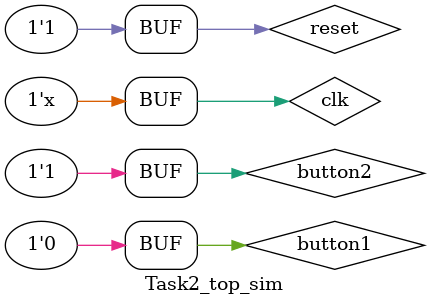
<source format=sv>
`timescale 1ns / 1ps


module Task2_top_sim;

/*
module Task2_dp(
    input logic clk,
    input logic reset,
    input logic black,
    input logic c1en,
    output logic [7:0]x,
    output logic [6:0]y,
    output logic [2:0]color,
    output logic f
    );
    */
    logic clk=0;
    logic reset=0;
    logic button1=0;
    logic button2=0;
    logic f;
    logic black;
    logic c1en;
    logic [7:0]x;
    logic [6:0]y;
    logic [2:0]color;
    
    Task2_fsm fsm1(.clk(clk),.reset(reset),.button1(button1),.button2(button2),.f(f),.black(black),.c1en(c1en));
    Task2_dp   dp1(.clk(clk),.reset(reset),.black(black),.c1en(c1en),.x(x),.y(y),.color(color),.f(f)); 
    
    
    always #10 clk = !clk;
    
    initial begin
        #5
        reset=1;
        #15
        #20
        #20
        button1=1;
        #20
        #20
        #20
        #20
        #20
        #20
        #20
        #20
        #20
        #20
        #20
        #20
        #20;
        button1=0;
        #4300;
        button2=1;
        #1000;
        
       // $finish;
        end
        
        
    
endmodule

</source>
